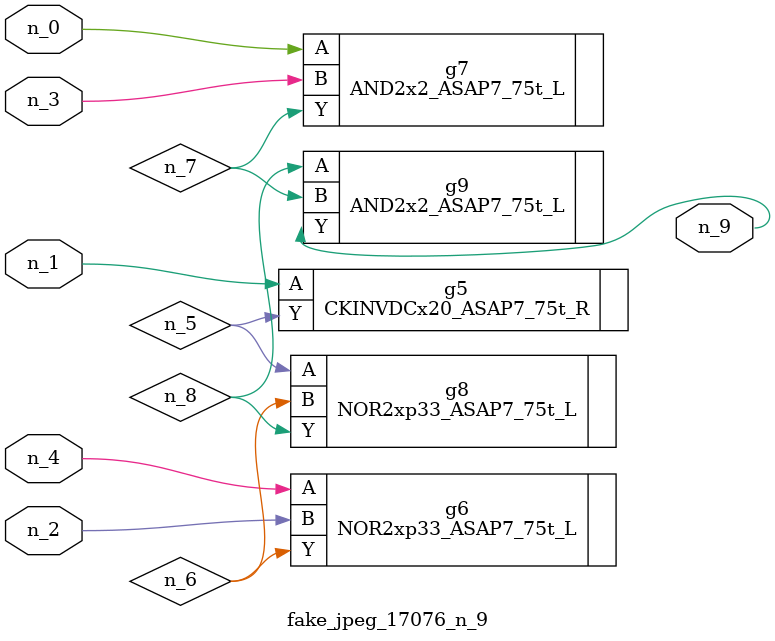
<source format=v>
module fake_jpeg_17076_n_9 (n_3, n_2, n_1, n_0, n_4, n_9);

input n_3;
input n_2;
input n_1;
input n_0;
input n_4;

output n_9;

wire n_8;
wire n_6;
wire n_5;
wire n_7;

CKINVDCx20_ASAP7_75t_R g5 ( 
.A(n_1),
.Y(n_5)
);

NOR2xp33_ASAP7_75t_L g6 ( 
.A(n_4),
.B(n_2),
.Y(n_6)
);

AND2x2_ASAP7_75t_L g7 ( 
.A(n_0),
.B(n_3),
.Y(n_7)
);

NOR2xp33_ASAP7_75t_L g8 ( 
.A(n_5),
.B(n_6),
.Y(n_8)
);

AND2x2_ASAP7_75t_L g9 ( 
.A(n_8),
.B(n_7),
.Y(n_9)
);


endmodule
</source>
